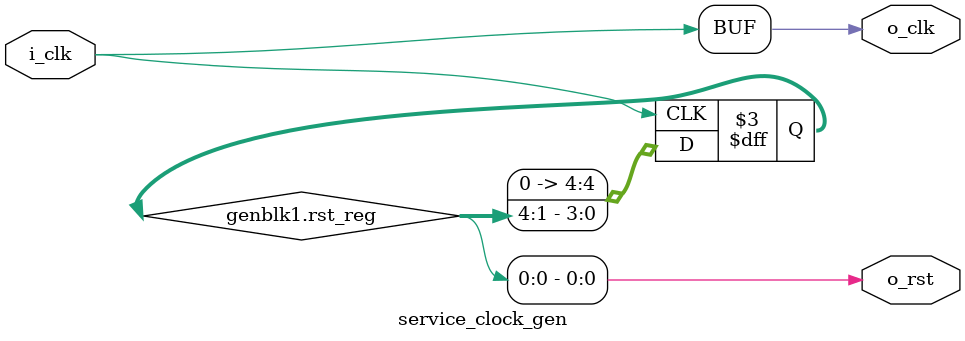
<source format=v>

`default_nettype none
module service_clock_gen
  (
   input wire  i_clk,
   output wire o_clk,
   output wire o_rst);

   parameter [79:0] PLL = "NONE";

   generate
      if ((PLL == "ICE40_CORE") || (PLL == "ICE40_PAD")) begin
	 ice40_pll #(.PLL (PLL)) pll
	   (.i_clk (i_clk),
	    .o_clk (o_clk),
	    .o_rst (o_rst));
      end else begin
	 assign o_clk = i_clk;

	 reg [4:0] rst_reg = 5'b11111;

	 always @(posedge o_clk)
	   rst_reg <= {1'b0, rst_reg[4:1]};
	 assign o_rst = rst_reg[0];
      end
   endgenerate
endmodule

</source>
